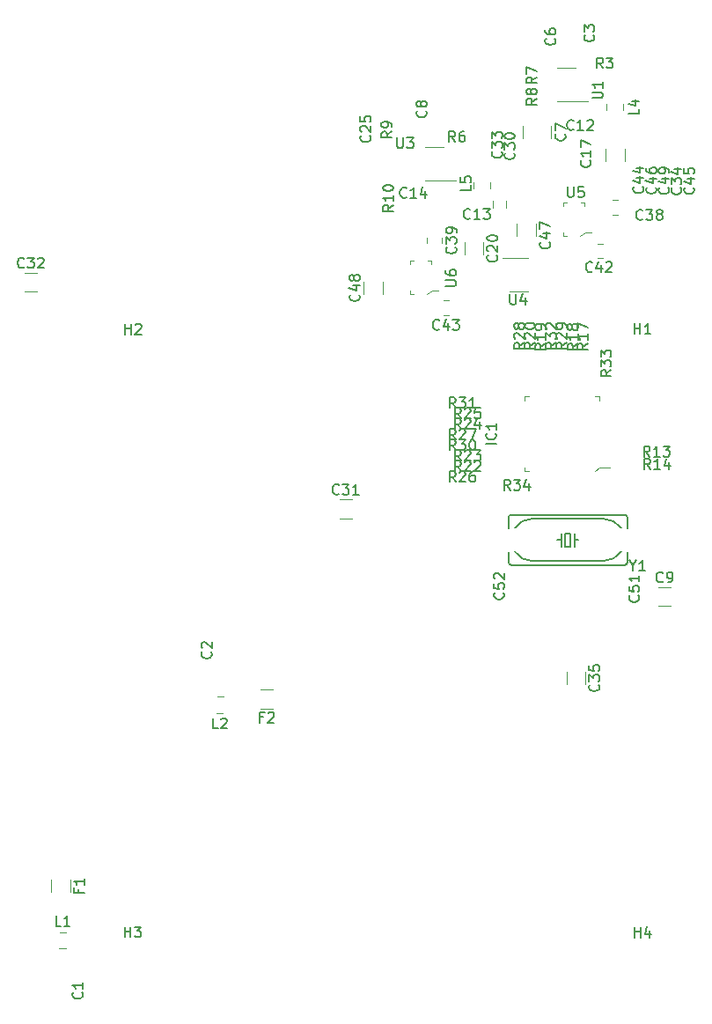
<source format=gbr>
G04 #@! TF.GenerationSoftware,KiCad,Pcbnew,(5.0.2)-1*
G04 #@! TF.CreationDate,2019-03-16T14:06:54-07:00*
G04 #@! TF.ProjectId,ModularMatrix,4d6f6475-6c61-4724-9d61-747269782e6b,rev?*
G04 #@! TF.SameCoordinates,Original*
G04 #@! TF.FileFunction,Legend,Top*
G04 #@! TF.FilePolarity,Positive*
%FSLAX46Y46*%
G04 Gerber Fmt 4.6, Leading zero omitted, Abs format (unit mm)*
G04 Created by KiCad (PCBNEW (5.0.2)-1) date 3/16/2019 2:06:54 PM*
%MOMM*%
%LPD*%
G01*
G04 APERTURE LIST*
%ADD10C,0.100000*%
%ADD11C,0.120000*%
%ADD12C,0.180000*%
%ADD13C,0.150000*%
G04 APERTURE END LIST*
D10*
G04 #@! TO.C,IC1*
X232201900Y-103195300D02*
X231151900Y-103195300D01*
X231151900Y-103195300D02*
X230751900Y-103595300D01*
X230751900Y-96395300D02*
X231151900Y-96395300D01*
X231151900Y-96395300D02*
X231151900Y-96795300D01*
X223951900Y-103195300D02*
X223951900Y-103595300D01*
X223951900Y-103595300D02*
X224351900Y-103595300D01*
X223951900Y-96795300D02*
X223951900Y-96395300D01*
X223951900Y-96395300D02*
X224351900Y-96395300D01*
D11*
G04 #@! TO.C,C35*
X227982100Y-122867336D02*
X227982100Y-124071464D01*
X229802100Y-122867336D02*
X229802100Y-124071464D01*
G04 #@! TO.C,U1*
X228879065Y-64808225D02*
X227079065Y-64808225D01*
X227079065Y-68028225D02*
X230029065Y-68028225D01*
G04 #@! TO.C,C32*
X175864436Y-84497500D02*
X177068564Y-84497500D01*
X175864436Y-86317500D02*
X177068564Y-86317500D01*
G04 #@! TO.C,C13*
X220951500Y-78264500D02*
X220951500Y-77564500D01*
X222151500Y-77564500D02*
X222151500Y-78264500D01*
G04 #@! TO.C,U3*
X214379065Y-75648225D02*
X217329065Y-75648225D01*
X216179065Y-72428225D02*
X214379065Y-72428225D01*
G04 #@! TO.C,C17*
X233574000Y-72586436D02*
X233574000Y-73790564D01*
X231754000Y-72586436D02*
X231754000Y-73790564D01*
G04 #@! TO.C,C7*
X226541065Y-70389571D02*
X226541065Y-71593699D01*
X223821065Y-70389571D02*
X223821065Y-71593699D01*
G04 #@! TO.C,F1*
X178414000Y-142857136D02*
X178414000Y-144061264D01*
X180234000Y-142857136D02*
X180234000Y-144061264D01*
G04 #@! TO.C,F2*
X199738064Y-126386000D02*
X198533936Y-126386000D01*
X199738064Y-124566000D02*
X198533936Y-124566000D01*
G04 #@! TO.C,L4*
X231864000Y-68260000D02*
X231864000Y-68860000D01*
X233464000Y-68280000D02*
X233464000Y-68880000D01*
D10*
G04 #@! TO.C,U6*
X215629065Y-86236225D02*
X215029065Y-86236225D01*
X215029065Y-86236225D02*
X214579065Y-86586225D01*
X212979065Y-86236225D02*
X212979065Y-86586225D01*
X212979065Y-86586225D02*
X213329065Y-86586225D01*
X214629065Y-83286225D02*
X214979065Y-83286225D01*
X214979065Y-83286225D02*
X214979065Y-83636225D01*
X212979065Y-83636225D02*
X212979065Y-83286225D01*
X212979065Y-83286225D02*
X213329065Y-83286225D01*
D11*
G04 #@! TO.C,C42*
X231509643Y-81686225D02*
X230992487Y-81686225D01*
X231509643Y-83106225D02*
X230992487Y-83106225D01*
G04 #@! TO.C,C43*
X216666578Y-87174000D02*
X216149422Y-87174000D01*
X216666578Y-88594000D02*
X216149422Y-88594000D01*
G04 #@! TO.C,C39*
X216006066Y-81121647D02*
X216006066Y-81638803D01*
X214586066Y-81121647D02*
X214586066Y-81638803D01*
G04 #@! TO.C,L5*
X219051065Y-75750225D02*
X219051065Y-76350225D01*
X220651065Y-75770225D02*
X220651065Y-76370225D01*
G04 #@! TO.C,C47*
X223229065Y-79762161D02*
X223229065Y-80966289D01*
X225049065Y-79762161D02*
X225049065Y-80966289D01*
G04 #@! TO.C,C9*
X236824436Y-114723500D02*
X238028564Y-114723500D01*
X236824436Y-116543500D02*
X238028564Y-116543500D01*
G04 #@! TO.C,C48*
X208497065Y-85350161D02*
X208497065Y-86554289D01*
X210317065Y-85350161D02*
X210317065Y-86554289D01*
G04 #@! TO.C,C20*
X219995065Y-81556161D02*
X219995065Y-82760289D01*
X218175065Y-81556161D02*
X218175065Y-82760289D01*
D10*
G04 #@! TO.C,U5*
X227711065Y-77698225D02*
X228061065Y-77698225D01*
X227711065Y-78048225D02*
X227711065Y-77698225D01*
X229711065Y-77698225D02*
X229711065Y-78048225D01*
X229361065Y-77698225D02*
X229711065Y-77698225D01*
X227711065Y-80998225D02*
X228061065Y-80998225D01*
X227711065Y-80648225D02*
X227711065Y-80998225D01*
X229761065Y-80648225D02*
X229311065Y-80998225D01*
X230361065Y-80648225D02*
X229761065Y-80648225D01*
D11*
G04 #@! TO.C,U4*
X224307065Y-83096225D02*
X221857065Y-83096225D01*
X222507065Y-86316225D02*
X224307065Y-86316225D01*
D12*
G04 #@! TO.C,Y1*
X231563749Y-112208259D02*
G75*
G03X233243849Y-111319158I-74J2032101D01*
G01*
X233849749Y-111319158D02*
X233849749Y-112335158D01*
X223025649Y-111319157D02*
G75*
G03X224705749Y-112208158I1680053J1142999D01*
G01*
X222419749Y-111319158D02*
X222419749Y-112335158D01*
X224705749Y-108144158D02*
X231563749Y-108144158D01*
X222673749Y-107763158D02*
X233595749Y-107763158D01*
X222419749Y-108017158D02*
G75*
G02X222673749Y-107763158I254000J0D01*
G01*
X222419749Y-108017158D02*
X222419749Y-109033158D01*
X223025749Y-109033259D02*
G75*
G02X224705749Y-108144158I1680121J-1142899D01*
G01*
X231563749Y-108144157D02*
G75*
G02X233243849Y-109033158I47J-2032001D01*
G01*
X233849749Y-108017158D02*
X233849749Y-109033158D01*
X233595749Y-107763158D02*
G75*
G02X233849749Y-108017158I0J-254000D01*
G01*
X231563749Y-112208158D02*
X224705749Y-112208158D01*
X222673749Y-112589158D02*
X233595749Y-112589158D01*
X222419749Y-112335158D02*
G75*
G03X222673749Y-112589158I254000J0D01*
G01*
X233595749Y-112589158D02*
G75*
G03X233849749Y-112335158I0J254000D01*
G01*
X228388749Y-110811158D02*
X228388749Y-109541158D01*
X228388749Y-109541158D02*
X227880749Y-109541158D01*
X227880749Y-109541158D02*
X227880749Y-110811158D01*
X227880749Y-110811158D02*
X228388749Y-110811158D01*
X228769749Y-110811158D02*
X228769749Y-110176158D01*
X228769749Y-110176158D02*
X228769749Y-109541158D01*
X228769749Y-110176158D02*
X229150749Y-110176158D01*
X227499749Y-110811158D02*
X227499749Y-110176158D01*
X227499749Y-110176158D02*
X227499749Y-109541158D01*
X227499749Y-110176158D02*
X227118749Y-110176158D01*
D11*
G04 #@! TO.C,C31*
X206153936Y-106278000D02*
X207358064Y-106278000D01*
X206153936Y-108098000D02*
X207358064Y-108098000D01*
G04 #@! TO.C,C38*
X232922578Y-78942000D02*
X232405422Y-78942000D01*
X232922578Y-77522000D02*
X232405422Y-77522000D01*
G04 #@! TO.C,L1*
X179227200Y-147891600D02*
X179827200Y-147891600D01*
X179207200Y-149491600D02*
X179807200Y-149491600D01*
G04 #@! TO.C,L2*
X194968160Y-125228158D02*
X194368160Y-125228158D01*
X194948160Y-126828158D02*
X194348160Y-126828158D01*
G04 #@! TO.C,H4*
D13*
X234521695Y-148399880D02*
X234521695Y-147399880D01*
X234521695Y-147876071D02*
X235093123Y-147876071D01*
X235093123Y-148399880D02*
X235093123Y-147399880D01*
X235997885Y-147733214D02*
X235997885Y-148399880D01*
X235759790Y-147352261D02*
X235521695Y-148066547D01*
X236140742Y-148066547D01*
G04 #@! TO.C,H3*
X185496295Y-148393080D02*
X185496295Y-147393080D01*
X185496295Y-147869271D02*
X186067723Y-147869271D01*
X186067723Y-148393080D02*
X186067723Y-147393080D01*
X186448676Y-147393080D02*
X187067723Y-147393080D01*
X186734390Y-147774033D01*
X186877247Y-147774033D01*
X186972485Y-147821652D01*
X187020104Y-147869271D01*
X187067723Y-147964509D01*
X187067723Y-148202604D01*
X187020104Y-148297842D01*
X186972485Y-148345461D01*
X186877247Y-148393080D01*
X186591533Y-148393080D01*
X186496295Y-148345461D01*
X186448676Y-148297842D01*
G04 #@! TO.C,H2*
X185521695Y-90399880D02*
X185521695Y-89399880D01*
X185521695Y-89876071D02*
X186093123Y-89876071D01*
X186093123Y-90399880D02*
X186093123Y-89399880D01*
X186521695Y-89495119D02*
X186569314Y-89447500D01*
X186664552Y-89399880D01*
X186902647Y-89399880D01*
X186997885Y-89447500D01*
X187045504Y-89495119D01*
X187093123Y-89590357D01*
X187093123Y-89685595D01*
X187045504Y-89828452D01*
X186474076Y-90399880D01*
X187093123Y-90399880D01*
G04 #@! TO.C,H1*
X234518295Y-90374480D02*
X234518295Y-89374480D01*
X234518295Y-89850671D02*
X235089723Y-89850671D01*
X235089723Y-90374480D02*
X235089723Y-89374480D01*
X236089723Y-90374480D02*
X235518295Y-90374480D01*
X235804009Y-90374480D02*
X235804009Y-89374480D01*
X235708771Y-89517338D01*
X235613533Y-89612576D01*
X235518295Y-89660195D01*
G04 #@! TO.C,IC1*
X221254280Y-100971490D02*
X220254280Y-100971490D01*
X221159042Y-99923871D02*
X221206661Y-99971490D01*
X221254280Y-100114347D01*
X221254280Y-100209585D01*
X221206661Y-100352442D01*
X221111423Y-100447680D01*
X221016185Y-100495300D01*
X220825709Y-100542919D01*
X220682852Y-100542919D01*
X220492376Y-100495300D01*
X220397138Y-100447680D01*
X220301900Y-100352442D01*
X220254280Y-100209585D01*
X220254280Y-100114347D01*
X220301900Y-99971490D01*
X220349519Y-99923871D01*
X221254280Y-98971490D02*
X221254280Y-99542919D01*
X221254280Y-99257204D02*
X220254280Y-99257204D01*
X220397138Y-99352442D01*
X220492376Y-99447680D01*
X220539995Y-99542919D01*
G04 #@! TO.C,C35*
X231069242Y-124112257D02*
X231116861Y-124159876D01*
X231164480Y-124302733D01*
X231164480Y-124397971D01*
X231116861Y-124540828D01*
X231021623Y-124636066D01*
X230926385Y-124683685D01*
X230735909Y-124731304D01*
X230593052Y-124731304D01*
X230402576Y-124683685D01*
X230307338Y-124636066D01*
X230212100Y-124540828D01*
X230164480Y-124397971D01*
X230164480Y-124302733D01*
X230212100Y-124159876D01*
X230259719Y-124112257D01*
X230164480Y-123778923D02*
X230164480Y-123159876D01*
X230545433Y-123493209D01*
X230545433Y-123350352D01*
X230593052Y-123255114D01*
X230640671Y-123207495D01*
X230735909Y-123159876D01*
X230974004Y-123159876D01*
X231069242Y-123207495D01*
X231116861Y-123255114D01*
X231164480Y-123350352D01*
X231164480Y-123636066D01*
X231116861Y-123731304D01*
X231069242Y-123778923D01*
X230164480Y-122255114D02*
X230164480Y-122731304D01*
X230640671Y-122778923D01*
X230593052Y-122731304D01*
X230545433Y-122636066D01*
X230545433Y-122397971D01*
X230593052Y-122302733D01*
X230640671Y-122255114D01*
X230735909Y-122207495D01*
X230974004Y-122207495D01*
X231069242Y-122255114D01*
X231116861Y-122302733D01*
X231164480Y-122397971D01*
X231164480Y-122636066D01*
X231116861Y-122731304D01*
X231069242Y-122778923D01*
G04 #@! TO.C,R14*
X236060775Y-103385880D02*
X235727442Y-102909690D01*
X235489347Y-103385880D02*
X235489347Y-102385880D01*
X235870299Y-102385880D01*
X235965537Y-102433500D01*
X236013156Y-102481119D01*
X236060775Y-102576357D01*
X236060775Y-102719214D01*
X236013156Y-102814452D01*
X235965537Y-102862071D01*
X235870299Y-102909690D01*
X235489347Y-102909690D01*
X237013156Y-103385880D02*
X236441728Y-103385880D01*
X236727442Y-103385880D02*
X236727442Y-102385880D01*
X236632204Y-102528738D01*
X236536966Y-102623976D01*
X236441728Y-102671595D01*
X237870299Y-102719214D02*
X237870299Y-103385880D01*
X237632204Y-102338261D02*
X237394109Y-103052547D01*
X238013156Y-103052547D01*
G04 #@! TO.C,C12*
X228668342Y-70689742D02*
X228620723Y-70737361D01*
X228477866Y-70784980D01*
X228382628Y-70784980D01*
X228239771Y-70737361D01*
X228144533Y-70642123D01*
X228096914Y-70546885D01*
X228049295Y-70356409D01*
X228049295Y-70213552D01*
X228096914Y-70023076D01*
X228144533Y-69927838D01*
X228239771Y-69832600D01*
X228382628Y-69784980D01*
X228477866Y-69784980D01*
X228620723Y-69832600D01*
X228668342Y-69880219D01*
X229620723Y-70784980D02*
X229049295Y-70784980D01*
X229335009Y-70784980D02*
X229335009Y-69784980D01*
X229239771Y-69927838D01*
X229144533Y-70023076D01*
X229049295Y-70070695D01*
X230001676Y-69880219D02*
X230049295Y-69832600D01*
X230144533Y-69784980D01*
X230382628Y-69784980D01*
X230477866Y-69832600D01*
X230525485Y-69880219D01*
X230573104Y-69975457D01*
X230573104Y-70070695D01*
X230525485Y-70213552D01*
X229954057Y-70784980D01*
X230573104Y-70784980D01*
G04 #@! TO.C,U1*
X230478080Y-67703604D02*
X231287604Y-67703604D01*
X231382842Y-67655985D01*
X231430461Y-67608366D01*
X231478080Y-67513128D01*
X231478080Y-67322652D01*
X231430461Y-67227414D01*
X231382842Y-67179795D01*
X231287604Y-67132176D01*
X230478080Y-67132176D01*
X231478080Y-66132176D02*
X231478080Y-66703604D01*
X231478080Y-66417890D02*
X230478080Y-66417890D01*
X230620938Y-66513128D01*
X230716176Y-66608366D01*
X230763795Y-66703604D01*
G04 #@! TO.C,C32*
X175823642Y-83944642D02*
X175776023Y-83992261D01*
X175633166Y-84039880D01*
X175537928Y-84039880D01*
X175395071Y-83992261D01*
X175299833Y-83897023D01*
X175252214Y-83801785D01*
X175204595Y-83611309D01*
X175204595Y-83468452D01*
X175252214Y-83277976D01*
X175299833Y-83182738D01*
X175395071Y-83087500D01*
X175537928Y-83039880D01*
X175633166Y-83039880D01*
X175776023Y-83087500D01*
X175823642Y-83135119D01*
X176156976Y-83039880D02*
X176776023Y-83039880D01*
X176442690Y-83420833D01*
X176585547Y-83420833D01*
X176680785Y-83468452D01*
X176728404Y-83516071D01*
X176776023Y-83611309D01*
X176776023Y-83849404D01*
X176728404Y-83944642D01*
X176680785Y-83992261D01*
X176585547Y-84039880D01*
X176299833Y-84039880D01*
X176204595Y-83992261D01*
X176156976Y-83944642D01*
X177156976Y-83135119D02*
X177204595Y-83087500D01*
X177299833Y-83039880D01*
X177537928Y-83039880D01*
X177633166Y-83087500D01*
X177680785Y-83135119D01*
X177728404Y-83230357D01*
X177728404Y-83325595D01*
X177680785Y-83468452D01*
X177109357Y-84039880D01*
X177728404Y-84039880D01*
G04 #@! TO.C,C1*
X181371652Y-153693862D02*
X181419271Y-153741481D01*
X181466890Y-153884338D01*
X181466890Y-153979576D01*
X181419271Y-154122434D01*
X181324033Y-154217672D01*
X181228795Y-154265291D01*
X181038319Y-154312910D01*
X180895462Y-154312910D01*
X180704986Y-154265291D01*
X180609748Y-154217672D01*
X180514510Y-154122434D01*
X180466890Y-153979576D01*
X180466890Y-153884338D01*
X180514510Y-153741481D01*
X180562129Y-153693862D01*
X181466890Y-152741481D02*
X181466890Y-153312910D01*
X181466890Y-153027196D02*
X180466890Y-153027196D01*
X180609748Y-153122434D01*
X180704986Y-153217672D01*
X180752605Y-153312910D01*
G04 #@! TO.C,C2*
X193776732Y-120946770D02*
X193824351Y-120994389D01*
X193871970Y-121137246D01*
X193871970Y-121232484D01*
X193824351Y-121375342D01*
X193729113Y-121470580D01*
X193633875Y-121518199D01*
X193443399Y-121565818D01*
X193300542Y-121565818D01*
X193110066Y-121518199D01*
X193014828Y-121470580D01*
X192919590Y-121375342D01*
X192871970Y-121232484D01*
X192871970Y-121137246D01*
X192919590Y-120994389D01*
X192967209Y-120946770D01*
X192967209Y-120565818D02*
X192919590Y-120518199D01*
X192871970Y-120422961D01*
X192871970Y-120184865D01*
X192919590Y-120089627D01*
X192967209Y-120042008D01*
X193062447Y-119994389D01*
X193157685Y-119994389D01*
X193300542Y-120042008D01*
X193871970Y-120613437D01*
X193871970Y-119994389D01*
G04 #@! TO.C,C14*
X212593246Y-77193552D02*
X212545627Y-77241171D01*
X212402770Y-77288790D01*
X212307532Y-77288790D01*
X212164675Y-77241171D01*
X212069437Y-77145933D01*
X212021818Y-77050695D01*
X211974199Y-76860219D01*
X211974199Y-76717362D01*
X212021818Y-76526886D01*
X212069437Y-76431648D01*
X212164675Y-76336410D01*
X212307532Y-76288790D01*
X212402770Y-76288790D01*
X212545627Y-76336410D01*
X212593246Y-76384029D01*
X213545627Y-77288790D02*
X212974199Y-77288790D01*
X213259913Y-77288790D02*
X213259913Y-76288790D01*
X213164675Y-76431648D01*
X213069437Y-76526886D01*
X212974199Y-76574505D01*
X214402770Y-76622124D02*
X214402770Y-77288790D01*
X214164675Y-76241171D02*
X213926580Y-76955457D01*
X214545627Y-76955457D01*
G04 #@! TO.C,C13*
X218724242Y-79236842D02*
X218676623Y-79284461D01*
X218533766Y-79332080D01*
X218438528Y-79332080D01*
X218295671Y-79284461D01*
X218200433Y-79189223D01*
X218152814Y-79093985D01*
X218105195Y-78903509D01*
X218105195Y-78760652D01*
X218152814Y-78570176D01*
X218200433Y-78474938D01*
X218295671Y-78379700D01*
X218438528Y-78332080D01*
X218533766Y-78332080D01*
X218676623Y-78379700D01*
X218724242Y-78427319D01*
X219676623Y-79332080D02*
X219105195Y-79332080D01*
X219390909Y-79332080D02*
X219390909Y-78332080D01*
X219295671Y-78474938D01*
X219200433Y-78570176D01*
X219105195Y-78617795D01*
X220009957Y-78332080D02*
X220629004Y-78332080D01*
X220295671Y-78713033D01*
X220438528Y-78713033D01*
X220533766Y-78760652D01*
X220581385Y-78808271D01*
X220629004Y-78903509D01*
X220629004Y-79141604D01*
X220581385Y-79236842D01*
X220533766Y-79284461D01*
X220438528Y-79332080D01*
X220152814Y-79332080D01*
X220057576Y-79284461D01*
X220009957Y-79236842D01*
G04 #@! TO.C,U3*
X211696395Y-71499480D02*
X211696395Y-72309004D01*
X211744014Y-72404242D01*
X211791633Y-72451861D01*
X211886871Y-72499480D01*
X212077347Y-72499480D01*
X212172585Y-72451861D01*
X212220204Y-72404242D01*
X212267823Y-72309004D01*
X212267823Y-71499480D01*
X212648776Y-71499480D02*
X213267823Y-71499480D01*
X212934490Y-71880433D01*
X213077347Y-71880433D01*
X213172585Y-71928052D01*
X213220204Y-71975671D01*
X213267823Y-72070909D01*
X213267823Y-72309004D01*
X213220204Y-72404242D01*
X213172585Y-72451861D01*
X213077347Y-72499480D01*
X212791633Y-72499480D01*
X212696395Y-72451861D01*
X212648776Y-72404242D01*
G04 #@! TO.C,C17*
X230252542Y-73693257D02*
X230300161Y-73740876D01*
X230347780Y-73883733D01*
X230347780Y-73978971D01*
X230300161Y-74121828D01*
X230204923Y-74217066D01*
X230109685Y-74264685D01*
X229919209Y-74312304D01*
X229776352Y-74312304D01*
X229585876Y-74264685D01*
X229490638Y-74217066D01*
X229395400Y-74121828D01*
X229347780Y-73978971D01*
X229347780Y-73883733D01*
X229395400Y-73740876D01*
X229443019Y-73693257D01*
X230347780Y-72740876D02*
X230347780Y-73312304D01*
X230347780Y-73026590D02*
X229347780Y-73026590D01*
X229490638Y-73121828D01*
X229585876Y-73217066D01*
X229633495Y-73312304D01*
X229347780Y-72407542D02*
X229347780Y-71740876D01*
X230347780Y-72169447D01*
G04 #@! TO.C,C7*
X227818207Y-71158301D02*
X227865826Y-71205920D01*
X227913445Y-71348777D01*
X227913445Y-71444015D01*
X227865826Y-71586873D01*
X227770588Y-71682111D01*
X227675350Y-71729730D01*
X227484874Y-71777349D01*
X227342017Y-71777349D01*
X227151541Y-71729730D01*
X227056303Y-71682111D01*
X226961065Y-71586873D01*
X226913445Y-71444015D01*
X226913445Y-71348777D01*
X226961065Y-71205920D01*
X227008684Y-71158301D01*
X226913445Y-70824968D02*
X226913445Y-70158301D01*
X227913445Y-70586873D01*
G04 #@! TO.C,F1*
X181072571Y-143792533D02*
X181072571Y-144125866D01*
X181596380Y-144125866D02*
X180596380Y-144125866D01*
X180596380Y-143649676D01*
X181596380Y-142744914D02*
X181596380Y-143316342D01*
X181596380Y-143030628D02*
X180596380Y-143030628D01*
X180739238Y-143125866D01*
X180834476Y-143221104D01*
X180882095Y-143316342D01*
G04 #@! TO.C,F2*
X198802666Y-127224571D02*
X198469333Y-127224571D01*
X198469333Y-127748380D02*
X198469333Y-126748380D01*
X198945523Y-126748380D01*
X199278857Y-126843619D02*
X199326476Y-126796000D01*
X199421714Y-126748380D01*
X199659809Y-126748380D01*
X199755047Y-126796000D01*
X199802666Y-126843619D01*
X199850285Y-126938857D01*
X199850285Y-127034095D01*
X199802666Y-127176952D01*
X199231238Y-127748380D01*
X199850285Y-127748380D01*
G04 #@! TO.C,R3*
X231504333Y-64814380D02*
X231171000Y-64338190D01*
X230932904Y-64814380D02*
X230932904Y-63814380D01*
X231313857Y-63814380D01*
X231409095Y-63862000D01*
X231456714Y-63909619D01*
X231504333Y-64004857D01*
X231504333Y-64147714D01*
X231456714Y-64242952D01*
X231409095Y-64290571D01*
X231313857Y-64338190D01*
X230932904Y-64338190D01*
X231837666Y-63814380D02*
X232456714Y-63814380D01*
X232123380Y-64195333D01*
X232266238Y-64195333D01*
X232361476Y-64242952D01*
X232409095Y-64290571D01*
X232456714Y-64385809D01*
X232456714Y-64623904D01*
X232409095Y-64719142D01*
X232361476Y-64766761D01*
X232266238Y-64814380D01*
X231980523Y-64814380D01*
X231885285Y-64766761D01*
X231837666Y-64719142D01*
G04 #@! TO.C,L4*
X234956380Y-68746666D02*
X234956380Y-69222857D01*
X233956380Y-69222857D01*
X234289714Y-67984761D02*
X234956380Y-67984761D01*
X233908761Y-68222857D02*
X234623047Y-68460952D01*
X234623047Y-67841904D01*
G04 #@! TO.C,U6*
X216368380Y-85763004D02*
X217177904Y-85763004D01*
X217273142Y-85715385D01*
X217320761Y-85667766D01*
X217368380Y-85572528D01*
X217368380Y-85382052D01*
X217320761Y-85286814D01*
X217273142Y-85239195D01*
X217177904Y-85191576D01*
X216368380Y-85191576D01*
X216368380Y-84286814D02*
X216368380Y-84477290D01*
X216416000Y-84572528D01*
X216463619Y-84620147D01*
X216606476Y-84715385D01*
X216796952Y-84763004D01*
X217177904Y-84763004D01*
X217273142Y-84715385D01*
X217320761Y-84667766D01*
X217368380Y-84572528D01*
X217368380Y-84382052D01*
X217320761Y-84286814D01*
X217273142Y-84239195D01*
X217177904Y-84191576D01*
X216939809Y-84191576D01*
X216844571Y-84239195D01*
X216796952Y-84286814D01*
X216749333Y-84382052D01*
X216749333Y-84572528D01*
X216796952Y-84667766D01*
X216844571Y-84715385D01*
X216939809Y-84763004D01*
G04 #@! TO.C,C8*
X214453742Y-68924466D02*
X214501361Y-68972085D01*
X214548980Y-69114942D01*
X214548980Y-69210180D01*
X214501361Y-69353038D01*
X214406123Y-69448276D01*
X214310885Y-69495895D01*
X214120409Y-69543514D01*
X213977552Y-69543514D01*
X213787076Y-69495895D01*
X213691838Y-69448276D01*
X213596600Y-69353038D01*
X213548980Y-69210180D01*
X213548980Y-69114942D01*
X213596600Y-68972085D01*
X213644219Y-68924466D01*
X213977552Y-68353038D02*
X213929933Y-68448276D01*
X213882314Y-68495895D01*
X213787076Y-68543514D01*
X213739457Y-68543514D01*
X213644219Y-68495895D01*
X213596600Y-68448276D01*
X213548980Y-68353038D01*
X213548980Y-68162561D01*
X213596600Y-68067323D01*
X213644219Y-68019704D01*
X213739457Y-67972085D01*
X213787076Y-67972085D01*
X213882314Y-68019704D01*
X213929933Y-68067323D01*
X213977552Y-68162561D01*
X213977552Y-68353038D01*
X214025171Y-68448276D01*
X214072790Y-68495895D01*
X214168028Y-68543514D01*
X214358504Y-68543514D01*
X214453742Y-68495895D01*
X214501361Y-68448276D01*
X214548980Y-68353038D01*
X214548980Y-68162561D01*
X214501361Y-68067323D01*
X214453742Y-68019704D01*
X214358504Y-67972085D01*
X214168028Y-67972085D01*
X214072790Y-68019704D01*
X214025171Y-68067323D01*
X213977552Y-68162561D01*
G04 #@! TO.C,C6*
X226848942Y-61964866D02*
X226896561Y-62012485D01*
X226944180Y-62155342D01*
X226944180Y-62250580D01*
X226896561Y-62393438D01*
X226801323Y-62488676D01*
X226706085Y-62536295D01*
X226515609Y-62583914D01*
X226372752Y-62583914D01*
X226182276Y-62536295D01*
X226087038Y-62488676D01*
X225991800Y-62393438D01*
X225944180Y-62250580D01*
X225944180Y-62155342D01*
X225991800Y-62012485D01*
X226039419Y-61964866D01*
X225944180Y-61107723D02*
X225944180Y-61298200D01*
X225991800Y-61393438D01*
X226039419Y-61441057D01*
X226182276Y-61536295D01*
X226372752Y-61583914D01*
X226753704Y-61583914D01*
X226848942Y-61536295D01*
X226896561Y-61488676D01*
X226944180Y-61393438D01*
X226944180Y-61202961D01*
X226896561Y-61107723D01*
X226848942Y-61060104D01*
X226753704Y-61012485D01*
X226515609Y-61012485D01*
X226420371Y-61060104D01*
X226372752Y-61107723D01*
X226325133Y-61202961D01*
X226325133Y-61393438D01*
X226372752Y-61488676D01*
X226420371Y-61536295D01*
X226515609Y-61583914D01*
G04 #@! TO.C,C42*
X230471742Y-84342242D02*
X230424123Y-84389861D01*
X230281266Y-84437480D01*
X230186028Y-84437480D01*
X230043171Y-84389861D01*
X229947933Y-84294623D01*
X229900314Y-84199385D01*
X229852695Y-84008909D01*
X229852695Y-83866052D01*
X229900314Y-83675576D01*
X229947933Y-83580338D01*
X230043171Y-83485100D01*
X230186028Y-83437480D01*
X230281266Y-83437480D01*
X230424123Y-83485100D01*
X230471742Y-83532719D01*
X231328885Y-83770814D02*
X231328885Y-84437480D01*
X231090790Y-83389861D02*
X230852695Y-84104147D01*
X231471742Y-84104147D01*
X231805076Y-83532719D02*
X231852695Y-83485100D01*
X231947933Y-83437480D01*
X232186028Y-83437480D01*
X232281266Y-83485100D01*
X232328885Y-83532719D01*
X232376504Y-83627957D01*
X232376504Y-83723195D01*
X232328885Y-83866052D01*
X231757457Y-84437480D01*
X232376504Y-84437480D01*
G04 #@! TO.C,C43*
X215765142Y-89891142D02*
X215717523Y-89938761D01*
X215574666Y-89986380D01*
X215479428Y-89986380D01*
X215336571Y-89938761D01*
X215241333Y-89843523D01*
X215193714Y-89748285D01*
X215146095Y-89557809D01*
X215146095Y-89414952D01*
X215193714Y-89224476D01*
X215241333Y-89129238D01*
X215336571Y-89034000D01*
X215479428Y-88986380D01*
X215574666Y-88986380D01*
X215717523Y-89034000D01*
X215765142Y-89081619D01*
X216622285Y-89319714D02*
X216622285Y-89986380D01*
X216384190Y-88938761D02*
X216146095Y-89653047D01*
X216765142Y-89653047D01*
X217050857Y-88986380D02*
X217669904Y-88986380D01*
X217336571Y-89367333D01*
X217479428Y-89367333D01*
X217574666Y-89414952D01*
X217622285Y-89462571D01*
X217669904Y-89557809D01*
X217669904Y-89795904D01*
X217622285Y-89891142D01*
X217574666Y-89938761D01*
X217479428Y-89986380D01*
X217193714Y-89986380D01*
X217098476Y-89938761D01*
X217050857Y-89891142D01*
G04 #@! TO.C,C39*
X217303208Y-82023082D02*
X217350827Y-82070701D01*
X217398446Y-82213558D01*
X217398446Y-82308796D01*
X217350827Y-82451653D01*
X217255589Y-82546891D01*
X217160351Y-82594510D01*
X216969875Y-82642129D01*
X216827018Y-82642129D01*
X216636542Y-82594510D01*
X216541304Y-82546891D01*
X216446066Y-82451653D01*
X216398446Y-82308796D01*
X216398446Y-82213558D01*
X216446066Y-82070701D01*
X216493685Y-82023082D01*
X216398446Y-81689748D02*
X216398446Y-81070701D01*
X216779399Y-81404034D01*
X216779399Y-81261177D01*
X216827018Y-81165939D01*
X216874637Y-81118320D01*
X216969875Y-81070701D01*
X217207970Y-81070701D01*
X217303208Y-81118320D01*
X217350827Y-81165939D01*
X217398446Y-81261177D01*
X217398446Y-81546891D01*
X217350827Y-81642129D01*
X217303208Y-81689748D01*
X217398446Y-80594510D02*
X217398446Y-80404034D01*
X217350827Y-80308796D01*
X217303208Y-80261177D01*
X217160351Y-80165939D01*
X216969875Y-80118320D01*
X216588923Y-80118320D01*
X216493685Y-80165939D01*
X216446066Y-80213558D01*
X216398446Y-80308796D01*
X216398446Y-80499272D01*
X216446066Y-80594510D01*
X216493685Y-80642129D01*
X216588923Y-80689748D01*
X216827018Y-80689748D01*
X216922256Y-80642129D01*
X216969875Y-80594510D01*
X217017494Y-80499272D01*
X217017494Y-80308796D01*
X216969875Y-80213558D01*
X216922256Y-80165939D01*
X216827018Y-80118320D01*
G04 #@! TO.C,L5*
X218803480Y-76087266D02*
X218803480Y-76563457D01*
X217803480Y-76563457D01*
X217803480Y-75277742D02*
X217803480Y-75753933D01*
X218279671Y-75801552D01*
X218232052Y-75753933D01*
X218184433Y-75658695D01*
X218184433Y-75420600D01*
X218232052Y-75325361D01*
X218279671Y-75277742D01*
X218374909Y-75230123D01*
X218613004Y-75230123D01*
X218708242Y-75277742D01*
X218755861Y-75325361D01*
X218803480Y-75420600D01*
X218803480Y-75658695D01*
X218755861Y-75753933D01*
X218708242Y-75801552D01*
G04 #@! TO.C,C47*
X226340942Y-81554557D02*
X226388561Y-81602176D01*
X226436180Y-81745033D01*
X226436180Y-81840271D01*
X226388561Y-81983128D01*
X226293323Y-82078366D01*
X226198085Y-82125985D01*
X226007609Y-82173604D01*
X225864752Y-82173604D01*
X225674276Y-82125985D01*
X225579038Y-82078366D01*
X225483800Y-81983128D01*
X225436180Y-81840271D01*
X225436180Y-81745033D01*
X225483800Y-81602176D01*
X225531419Y-81554557D01*
X225769514Y-80697414D02*
X226436180Y-80697414D01*
X225388561Y-80935509D02*
X226102847Y-81173604D01*
X226102847Y-80554557D01*
X225436180Y-80268842D02*
X225436180Y-79602176D01*
X226436180Y-80030747D01*
G04 #@! TO.C,C9*
X237259833Y-114170642D02*
X237212214Y-114218261D01*
X237069357Y-114265880D01*
X236974119Y-114265880D01*
X236831261Y-114218261D01*
X236736023Y-114123023D01*
X236688404Y-114027785D01*
X236640785Y-113837309D01*
X236640785Y-113694452D01*
X236688404Y-113503976D01*
X236736023Y-113408738D01*
X236831261Y-113313500D01*
X236974119Y-113265880D01*
X237069357Y-113265880D01*
X237212214Y-113313500D01*
X237259833Y-113361119D01*
X237736023Y-114265880D02*
X237926500Y-114265880D01*
X238021738Y-114218261D01*
X238069357Y-114170642D01*
X238164595Y-114027785D01*
X238212214Y-113837309D01*
X238212214Y-113456357D01*
X238164595Y-113361119D01*
X238116976Y-113313500D01*
X238021738Y-113265880D01*
X237831261Y-113265880D01*
X237736023Y-113313500D01*
X237688404Y-113361119D01*
X237640785Y-113456357D01*
X237640785Y-113694452D01*
X237688404Y-113789690D01*
X237736023Y-113837309D01*
X237831261Y-113884928D01*
X238021738Y-113884928D01*
X238116976Y-113837309D01*
X238164595Y-113789690D01*
X238212214Y-113694452D01*
G04 #@! TO.C,C48*
X208016207Y-86595082D02*
X208063826Y-86642701D01*
X208111445Y-86785558D01*
X208111445Y-86880796D01*
X208063826Y-87023653D01*
X207968588Y-87118891D01*
X207873350Y-87166510D01*
X207682874Y-87214129D01*
X207540017Y-87214129D01*
X207349541Y-87166510D01*
X207254303Y-87118891D01*
X207159065Y-87023653D01*
X207111445Y-86880796D01*
X207111445Y-86785558D01*
X207159065Y-86642701D01*
X207206684Y-86595082D01*
X207444779Y-85737939D02*
X208111445Y-85737939D01*
X207063826Y-85976034D02*
X207778112Y-86214129D01*
X207778112Y-85595082D01*
X207540017Y-85071272D02*
X207492398Y-85166510D01*
X207444779Y-85214129D01*
X207349541Y-85261748D01*
X207301922Y-85261748D01*
X207206684Y-85214129D01*
X207159065Y-85166510D01*
X207111445Y-85071272D01*
X207111445Y-84880796D01*
X207159065Y-84785558D01*
X207206684Y-84737939D01*
X207301922Y-84690320D01*
X207349541Y-84690320D01*
X207444779Y-84737939D01*
X207492398Y-84785558D01*
X207540017Y-84880796D01*
X207540017Y-85071272D01*
X207587636Y-85166510D01*
X207635255Y-85214129D01*
X207730493Y-85261748D01*
X207920969Y-85261748D01*
X208016207Y-85214129D01*
X208063826Y-85166510D01*
X208111445Y-85071272D01*
X208111445Y-84880796D01*
X208063826Y-84785558D01*
X208016207Y-84737939D01*
X207920969Y-84690320D01*
X207730493Y-84690320D01*
X207635255Y-84737939D01*
X207587636Y-84785558D01*
X207540017Y-84880796D01*
G04 #@! TO.C,C20*
X221262207Y-82801082D02*
X221309826Y-82848701D01*
X221357445Y-82991558D01*
X221357445Y-83086796D01*
X221309826Y-83229653D01*
X221214588Y-83324891D01*
X221119350Y-83372510D01*
X220928874Y-83420129D01*
X220786017Y-83420129D01*
X220595541Y-83372510D01*
X220500303Y-83324891D01*
X220405065Y-83229653D01*
X220357445Y-83086796D01*
X220357445Y-82991558D01*
X220405065Y-82848701D01*
X220452684Y-82801082D01*
X220452684Y-82420129D02*
X220405065Y-82372510D01*
X220357445Y-82277272D01*
X220357445Y-82039177D01*
X220405065Y-81943939D01*
X220452684Y-81896320D01*
X220547922Y-81848701D01*
X220643160Y-81848701D01*
X220786017Y-81896320D01*
X221357445Y-82467748D01*
X221357445Y-81848701D01*
X220357445Y-81229653D02*
X220357445Y-81134415D01*
X220405065Y-81039177D01*
X220452684Y-80991558D01*
X220547922Y-80943939D01*
X220738398Y-80896320D01*
X220976493Y-80896320D01*
X221166969Y-80943939D01*
X221262207Y-80991558D01*
X221309826Y-81039177D01*
X221357445Y-81134415D01*
X221357445Y-81229653D01*
X221309826Y-81324891D01*
X221262207Y-81372510D01*
X221166969Y-81420129D01*
X220976493Y-81467748D01*
X220738398Y-81467748D01*
X220547922Y-81420129D01*
X220452684Y-81372510D01*
X220405065Y-81324891D01*
X220357445Y-81229653D01*
G04 #@! TO.C,R10*
X211335880Y-77973157D02*
X210859690Y-78306490D01*
X211335880Y-78544585D02*
X210335880Y-78544585D01*
X210335880Y-78163633D01*
X210383500Y-78068395D01*
X210431119Y-78020776D01*
X210526357Y-77973157D01*
X210669214Y-77973157D01*
X210764452Y-78020776D01*
X210812071Y-78068395D01*
X210859690Y-78163633D01*
X210859690Y-78544585D01*
X211335880Y-77020776D02*
X211335880Y-77592204D01*
X211335880Y-77306490D02*
X210335880Y-77306490D01*
X210478738Y-77401728D01*
X210573976Y-77496966D01*
X210621595Y-77592204D01*
X210335880Y-76401728D02*
X210335880Y-76306490D01*
X210383500Y-76211252D01*
X210431119Y-76163633D01*
X210526357Y-76116014D01*
X210716833Y-76068395D01*
X210954928Y-76068395D01*
X211145404Y-76116014D01*
X211240642Y-76163633D01*
X211288261Y-76211252D01*
X211335880Y-76306490D01*
X211335880Y-76401728D01*
X211288261Y-76496966D01*
X211240642Y-76544585D01*
X211145404Y-76592204D01*
X210954928Y-76639823D01*
X210716833Y-76639823D01*
X210526357Y-76592204D01*
X210431119Y-76544585D01*
X210383500Y-76496966D01*
X210335880Y-76401728D01*
G04 #@! TO.C,R6*
X217282733Y-71902580D02*
X216949400Y-71426390D01*
X216711304Y-71902580D02*
X216711304Y-70902580D01*
X217092257Y-70902580D01*
X217187495Y-70950200D01*
X217235114Y-70997819D01*
X217282733Y-71093057D01*
X217282733Y-71235914D01*
X217235114Y-71331152D01*
X217187495Y-71378771D01*
X217092257Y-71426390D01*
X216711304Y-71426390D01*
X218139876Y-70902580D02*
X217949400Y-70902580D01*
X217854161Y-70950200D01*
X217806542Y-70997819D01*
X217711304Y-71140676D01*
X217663685Y-71331152D01*
X217663685Y-71712104D01*
X217711304Y-71807342D01*
X217758923Y-71854961D01*
X217854161Y-71902580D01*
X218044638Y-71902580D01*
X218139876Y-71854961D01*
X218187495Y-71807342D01*
X218235114Y-71712104D01*
X218235114Y-71474009D01*
X218187495Y-71378771D01*
X218139876Y-71331152D01*
X218044638Y-71283533D01*
X217854161Y-71283533D01*
X217758923Y-71331152D01*
X217711304Y-71378771D01*
X217663685Y-71474009D01*
G04 #@! TO.C,U5*
X228104795Y-76236580D02*
X228104795Y-77046104D01*
X228152414Y-77141342D01*
X228200033Y-77188961D01*
X228295271Y-77236580D01*
X228485747Y-77236580D01*
X228580985Y-77188961D01*
X228628604Y-77141342D01*
X228676223Y-77046104D01*
X228676223Y-76236580D01*
X229628604Y-76236580D02*
X229152414Y-76236580D01*
X229104795Y-76712771D01*
X229152414Y-76665152D01*
X229247652Y-76617533D01*
X229485747Y-76617533D01*
X229580985Y-76665152D01*
X229628604Y-76712771D01*
X229676223Y-76808009D01*
X229676223Y-77046104D01*
X229628604Y-77141342D01*
X229580985Y-77188961D01*
X229485747Y-77236580D01*
X229247652Y-77236580D01*
X229152414Y-77188961D01*
X229104795Y-77141342D01*
G04 #@! TO.C,R9*
X211196180Y-70918366D02*
X210719990Y-71251700D01*
X211196180Y-71489795D02*
X210196180Y-71489795D01*
X210196180Y-71108842D01*
X210243800Y-71013604D01*
X210291419Y-70965985D01*
X210386657Y-70918366D01*
X210529514Y-70918366D01*
X210624752Y-70965985D01*
X210672371Y-71013604D01*
X210719990Y-71108842D01*
X210719990Y-71489795D01*
X211196180Y-70442176D02*
X211196180Y-70251700D01*
X211148561Y-70156461D01*
X211100942Y-70108842D01*
X210958085Y-70013604D01*
X210767609Y-69965985D01*
X210386657Y-69965985D01*
X210291419Y-70013604D01*
X210243800Y-70061223D01*
X210196180Y-70156461D01*
X210196180Y-70346938D01*
X210243800Y-70442176D01*
X210291419Y-70489795D01*
X210386657Y-70537414D01*
X210624752Y-70537414D01*
X210719990Y-70489795D01*
X210767609Y-70442176D01*
X210815228Y-70346938D01*
X210815228Y-70156461D01*
X210767609Y-70061223D01*
X210719990Y-70013604D01*
X210624752Y-69965985D01*
G04 #@! TO.C,U4*
X222554895Y-86536280D02*
X222554895Y-87345804D01*
X222602514Y-87441042D01*
X222650133Y-87488661D01*
X222745371Y-87536280D01*
X222935847Y-87536280D01*
X223031085Y-87488661D01*
X223078704Y-87441042D01*
X223126323Y-87345804D01*
X223126323Y-86536280D01*
X224031085Y-86869614D02*
X224031085Y-87536280D01*
X223792990Y-86488661D02*
X223554895Y-87202947D01*
X224173942Y-87202947D01*
G04 #@! TO.C,Y1*
D12*
X234380320Y-112652348D02*
X234380320Y-113128538D01*
X234046987Y-112128538D02*
X234380320Y-112652348D01*
X234713653Y-112128538D01*
X235570796Y-113128538D02*
X234999368Y-113128538D01*
X235285082Y-113128538D02*
X235285082Y-112128538D01*
X235189844Y-112271396D01*
X235094606Y-112366634D01*
X234999368Y-112414253D01*
G04 #@! TO.C,C51*
D13*
X234908892Y-115521119D02*
X234956511Y-115568738D01*
X235004130Y-115711595D01*
X235004130Y-115806833D01*
X234956511Y-115949690D01*
X234861273Y-116044928D01*
X234766035Y-116092547D01*
X234575559Y-116140166D01*
X234432702Y-116140166D01*
X234242226Y-116092547D01*
X234146988Y-116044928D01*
X234051750Y-115949690D01*
X234004130Y-115806833D01*
X234004130Y-115711595D01*
X234051750Y-115568738D01*
X234099369Y-115521119D01*
X234004130Y-114616357D02*
X234004130Y-115092547D01*
X234480321Y-115140166D01*
X234432702Y-115092547D01*
X234385083Y-114997309D01*
X234385083Y-114759214D01*
X234432702Y-114663976D01*
X234480321Y-114616357D01*
X234575559Y-114568738D01*
X234813654Y-114568738D01*
X234908892Y-114616357D01*
X234956511Y-114663976D01*
X235004130Y-114759214D01*
X235004130Y-114997309D01*
X234956511Y-115092547D01*
X234908892Y-115140166D01*
X235004130Y-113616357D02*
X235004130Y-114187785D01*
X235004130Y-113902071D02*
X234004130Y-113902071D01*
X234146988Y-113997309D01*
X234242226Y-114092547D01*
X234289845Y-114187785D01*
G04 #@! TO.C,R28*
X223953540Y-91231015D02*
X223477350Y-91564348D01*
X223953540Y-91802443D02*
X222953540Y-91802443D01*
X222953540Y-91421491D01*
X223001160Y-91326253D01*
X223048779Y-91278634D01*
X223144017Y-91231015D01*
X223286874Y-91231015D01*
X223382112Y-91278634D01*
X223429731Y-91326253D01*
X223477350Y-91421491D01*
X223477350Y-91802443D01*
X223048779Y-90850062D02*
X223001160Y-90802443D01*
X222953540Y-90707205D01*
X222953540Y-90469110D01*
X223001160Y-90373872D01*
X223048779Y-90326253D01*
X223144017Y-90278634D01*
X223239255Y-90278634D01*
X223382112Y-90326253D01*
X223953540Y-90897681D01*
X223953540Y-90278634D01*
X223382112Y-89707205D02*
X223334493Y-89802443D01*
X223286874Y-89850062D01*
X223191636Y-89897681D01*
X223144017Y-89897681D01*
X223048779Y-89850062D01*
X223001160Y-89802443D01*
X222953540Y-89707205D01*
X222953540Y-89516729D01*
X223001160Y-89421491D01*
X223048779Y-89373872D01*
X223144017Y-89326253D01*
X223191636Y-89326253D01*
X223286874Y-89373872D01*
X223334493Y-89421491D01*
X223382112Y-89516729D01*
X223382112Y-89707205D01*
X223429731Y-89802443D01*
X223477350Y-89850062D01*
X223572588Y-89897681D01*
X223763064Y-89897681D01*
X223858302Y-89850062D01*
X223905921Y-89802443D01*
X223953540Y-89707205D01*
X223953540Y-89516729D01*
X223905921Y-89421491D01*
X223858302Y-89373872D01*
X223763064Y-89326253D01*
X223572588Y-89326253D01*
X223477350Y-89373872D01*
X223429731Y-89421491D01*
X223382112Y-89516729D01*
G04 #@! TO.C,R27*
X217323891Y-100532641D02*
X216990558Y-100056451D01*
X216752463Y-100532641D02*
X216752463Y-99532641D01*
X217133415Y-99532641D01*
X217228653Y-99580261D01*
X217276272Y-99627880D01*
X217323891Y-99723118D01*
X217323891Y-99865975D01*
X217276272Y-99961213D01*
X217228653Y-100008832D01*
X217133415Y-100056451D01*
X216752463Y-100056451D01*
X217704844Y-99627880D02*
X217752463Y-99580261D01*
X217847701Y-99532641D01*
X218085796Y-99532641D01*
X218181034Y-99580261D01*
X218228653Y-99627880D01*
X218276272Y-99723118D01*
X218276272Y-99818356D01*
X218228653Y-99961213D01*
X217657225Y-100532641D01*
X218276272Y-100532641D01*
X218609606Y-99532641D02*
X219276272Y-99532641D01*
X218847701Y-100532641D01*
G04 #@! TO.C,R29*
X228017540Y-91231015D02*
X227541350Y-91564348D01*
X228017540Y-91802443D02*
X227017540Y-91802443D01*
X227017540Y-91421491D01*
X227065160Y-91326253D01*
X227112779Y-91278634D01*
X227208017Y-91231015D01*
X227350874Y-91231015D01*
X227446112Y-91278634D01*
X227493731Y-91326253D01*
X227541350Y-91421491D01*
X227541350Y-91802443D01*
X227112779Y-90850062D02*
X227065160Y-90802443D01*
X227017540Y-90707205D01*
X227017540Y-90469110D01*
X227065160Y-90373872D01*
X227112779Y-90326253D01*
X227208017Y-90278634D01*
X227303255Y-90278634D01*
X227446112Y-90326253D01*
X228017540Y-90897681D01*
X228017540Y-90278634D01*
X228017540Y-89802443D02*
X228017540Y-89611967D01*
X227969921Y-89516729D01*
X227922302Y-89469110D01*
X227779445Y-89373872D01*
X227588969Y-89326253D01*
X227208017Y-89326253D01*
X227112779Y-89373872D01*
X227065160Y-89421491D01*
X227017540Y-89516729D01*
X227017540Y-89707205D01*
X227065160Y-89802443D01*
X227112779Y-89850062D01*
X227208017Y-89897681D01*
X227446112Y-89897681D01*
X227541350Y-89850062D01*
X227588969Y-89802443D01*
X227636588Y-89707205D01*
X227636588Y-89516729D01*
X227588969Y-89421491D01*
X227541350Y-89373872D01*
X227446112Y-89326253D01*
G04 #@! TO.C,R30*
X217323891Y-101548641D02*
X216990558Y-101072451D01*
X216752463Y-101548641D02*
X216752463Y-100548641D01*
X217133415Y-100548641D01*
X217228653Y-100596261D01*
X217276272Y-100643880D01*
X217323891Y-100739118D01*
X217323891Y-100881975D01*
X217276272Y-100977213D01*
X217228653Y-101024832D01*
X217133415Y-101072451D01*
X216752463Y-101072451D01*
X217657225Y-100548641D02*
X218276272Y-100548641D01*
X217942939Y-100929594D01*
X218085796Y-100929594D01*
X218181034Y-100977213D01*
X218228653Y-101024832D01*
X218276272Y-101120070D01*
X218276272Y-101358165D01*
X218228653Y-101453403D01*
X218181034Y-101501022D01*
X218085796Y-101548641D01*
X217800082Y-101548641D01*
X217704844Y-101501022D01*
X217657225Y-101453403D01*
X218895320Y-100548641D02*
X218990558Y-100548641D01*
X219085796Y-100596261D01*
X219133415Y-100643880D01*
X219181034Y-100739118D01*
X219228653Y-100929594D01*
X219228653Y-101167689D01*
X219181034Y-101358165D01*
X219133415Y-101453403D01*
X219085796Y-101501022D01*
X218990558Y-101548641D01*
X218895320Y-101548641D01*
X218800082Y-101501022D01*
X218752463Y-101453403D01*
X218704844Y-101358165D01*
X218657225Y-101167689D01*
X218657225Y-100929594D01*
X218704844Y-100739118D01*
X218752463Y-100643880D01*
X218800082Y-100596261D01*
X218895320Y-100548641D01*
G04 #@! TO.C,R32*
X227001540Y-91231015D02*
X226525350Y-91564348D01*
X227001540Y-91802443D02*
X226001540Y-91802443D01*
X226001540Y-91421491D01*
X226049160Y-91326253D01*
X226096779Y-91278634D01*
X226192017Y-91231015D01*
X226334874Y-91231015D01*
X226430112Y-91278634D01*
X226477731Y-91326253D01*
X226525350Y-91421491D01*
X226525350Y-91802443D01*
X226001540Y-90897681D02*
X226001540Y-90278634D01*
X226382493Y-90611967D01*
X226382493Y-90469110D01*
X226430112Y-90373872D01*
X226477731Y-90326253D01*
X226572969Y-90278634D01*
X226811064Y-90278634D01*
X226906302Y-90326253D01*
X226953921Y-90373872D01*
X227001540Y-90469110D01*
X227001540Y-90754824D01*
X226953921Y-90850062D01*
X226906302Y-90897681D01*
X226096779Y-89897681D02*
X226049160Y-89850062D01*
X226001540Y-89754824D01*
X226001540Y-89516729D01*
X226049160Y-89421491D01*
X226096779Y-89373872D01*
X226192017Y-89326253D01*
X226287255Y-89326253D01*
X226430112Y-89373872D01*
X227001540Y-89945300D01*
X227001540Y-89326253D01*
G04 #@! TO.C,R33*
X232297129Y-93861118D02*
X231820939Y-94194451D01*
X232297129Y-94432546D02*
X231297129Y-94432546D01*
X231297129Y-94051594D01*
X231344749Y-93956356D01*
X231392368Y-93908737D01*
X231487606Y-93861118D01*
X231630463Y-93861118D01*
X231725701Y-93908737D01*
X231773320Y-93956356D01*
X231820939Y-94051594D01*
X231820939Y-94432546D01*
X231297129Y-93527784D02*
X231297129Y-92908737D01*
X231678082Y-93242070D01*
X231678082Y-93099213D01*
X231725701Y-93003975D01*
X231773320Y-92956356D01*
X231868558Y-92908737D01*
X232106653Y-92908737D01*
X232201891Y-92956356D01*
X232249510Y-93003975D01*
X232297129Y-93099213D01*
X232297129Y-93384927D01*
X232249510Y-93480165D01*
X232201891Y-93527784D01*
X231297129Y-92575403D02*
X231297129Y-91956356D01*
X231678082Y-92289689D01*
X231678082Y-92146832D01*
X231725701Y-92051594D01*
X231773320Y-92003975D01*
X231868558Y-91956356D01*
X232106653Y-91956356D01*
X232201891Y-92003975D01*
X232249510Y-92051594D01*
X232297129Y-92146832D01*
X232297129Y-92432546D01*
X232249510Y-92527784D01*
X232201891Y-92575403D01*
G04 #@! TO.C,R31*
X217323891Y-97484641D02*
X216990558Y-97008451D01*
X216752463Y-97484641D02*
X216752463Y-96484641D01*
X217133415Y-96484641D01*
X217228653Y-96532261D01*
X217276272Y-96579880D01*
X217323891Y-96675118D01*
X217323891Y-96817975D01*
X217276272Y-96913213D01*
X217228653Y-96960832D01*
X217133415Y-97008451D01*
X216752463Y-97008451D01*
X217657225Y-96484641D02*
X218276272Y-96484641D01*
X217942939Y-96865594D01*
X218085796Y-96865594D01*
X218181034Y-96913213D01*
X218228653Y-96960832D01*
X218276272Y-97056070D01*
X218276272Y-97294165D01*
X218228653Y-97389403D01*
X218181034Y-97437022D01*
X218085796Y-97484641D01*
X217800082Y-97484641D01*
X217704844Y-97437022D01*
X217657225Y-97389403D01*
X219228653Y-97484641D02*
X218657225Y-97484641D01*
X218942939Y-97484641D02*
X218942939Y-96484641D01*
X218847701Y-96627499D01*
X218752463Y-96722737D01*
X218657225Y-96770356D01*
G04 #@! TO.C,R26*
X217323891Y-104596641D02*
X216990558Y-104120451D01*
X216752463Y-104596641D02*
X216752463Y-103596641D01*
X217133415Y-103596641D01*
X217228653Y-103644261D01*
X217276272Y-103691880D01*
X217323891Y-103787118D01*
X217323891Y-103929975D01*
X217276272Y-104025213D01*
X217228653Y-104072832D01*
X217133415Y-104120451D01*
X216752463Y-104120451D01*
X217704844Y-103691880D02*
X217752463Y-103644261D01*
X217847701Y-103596641D01*
X218085796Y-103596641D01*
X218181034Y-103644261D01*
X218228653Y-103691880D01*
X218276272Y-103787118D01*
X218276272Y-103882356D01*
X218228653Y-104025213D01*
X217657225Y-104596641D01*
X218276272Y-104596641D01*
X219133415Y-103596641D02*
X218942939Y-103596641D01*
X218847701Y-103644261D01*
X218800082Y-103691880D01*
X218704844Y-103834737D01*
X218657225Y-104025213D01*
X218657225Y-104406165D01*
X218704844Y-104501403D01*
X218752463Y-104549022D01*
X218847701Y-104596641D01*
X219038177Y-104596641D01*
X219133415Y-104549022D01*
X219181034Y-104501403D01*
X219228653Y-104406165D01*
X219228653Y-104168070D01*
X219181034Y-104072832D01*
X219133415Y-104025213D01*
X219038177Y-103977594D01*
X218847701Y-103977594D01*
X218752463Y-104025213D01*
X218704844Y-104072832D01*
X218657225Y-104168070D01*
G04 #@! TO.C,R17*
X230049540Y-91298118D02*
X229573350Y-91631451D01*
X230049540Y-91869546D02*
X229049540Y-91869546D01*
X229049540Y-91488594D01*
X229097160Y-91393356D01*
X229144779Y-91345737D01*
X229240017Y-91298118D01*
X229382874Y-91298118D01*
X229478112Y-91345737D01*
X229525731Y-91393356D01*
X229573350Y-91488594D01*
X229573350Y-91869546D01*
X230049540Y-90345737D02*
X230049540Y-90917165D01*
X230049540Y-90631451D02*
X229049540Y-90631451D01*
X229192398Y-90726689D01*
X229287636Y-90821927D01*
X229335255Y-90917165D01*
X229049540Y-90012403D02*
X229049540Y-89345737D01*
X230049540Y-89774308D01*
G04 #@! TO.C,R18*
X229095129Y-91321118D02*
X228618939Y-91654451D01*
X229095129Y-91892546D02*
X228095129Y-91892546D01*
X228095129Y-91511594D01*
X228142749Y-91416356D01*
X228190368Y-91368737D01*
X228285606Y-91321118D01*
X228428463Y-91321118D01*
X228523701Y-91368737D01*
X228571320Y-91416356D01*
X228618939Y-91511594D01*
X228618939Y-91892546D01*
X229095129Y-90368737D02*
X229095129Y-90940165D01*
X229095129Y-90654451D02*
X228095129Y-90654451D01*
X228237987Y-90749689D01*
X228333225Y-90844927D01*
X228380844Y-90940165D01*
X228523701Y-89797308D02*
X228476082Y-89892546D01*
X228428463Y-89940165D01*
X228333225Y-89987784D01*
X228285606Y-89987784D01*
X228190368Y-89940165D01*
X228142749Y-89892546D01*
X228095129Y-89797308D01*
X228095129Y-89606832D01*
X228142749Y-89511594D01*
X228190368Y-89463975D01*
X228285606Y-89416356D01*
X228333225Y-89416356D01*
X228428463Y-89463975D01*
X228476082Y-89511594D01*
X228523701Y-89606832D01*
X228523701Y-89797308D01*
X228571320Y-89892546D01*
X228618939Y-89940165D01*
X228714177Y-89987784D01*
X228904653Y-89987784D01*
X228999891Y-89940165D01*
X229047510Y-89892546D01*
X229095129Y-89797308D01*
X229095129Y-89606832D01*
X229047510Y-89511594D01*
X228999891Y-89463975D01*
X228904653Y-89416356D01*
X228714177Y-89416356D01*
X228618939Y-89463975D01*
X228571320Y-89511594D01*
X228523701Y-89606832D01*
G04 #@! TO.C,R24*
X217831891Y-99516641D02*
X217498558Y-99040451D01*
X217260463Y-99516641D02*
X217260463Y-98516641D01*
X217641415Y-98516641D01*
X217736653Y-98564261D01*
X217784272Y-98611880D01*
X217831891Y-98707118D01*
X217831891Y-98849975D01*
X217784272Y-98945213D01*
X217736653Y-98992832D01*
X217641415Y-99040451D01*
X217260463Y-99040451D01*
X218212844Y-98611880D02*
X218260463Y-98564261D01*
X218355701Y-98516641D01*
X218593796Y-98516641D01*
X218689034Y-98564261D01*
X218736653Y-98611880D01*
X218784272Y-98707118D01*
X218784272Y-98802356D01*
X218736653Y-98945213D01*
X218165225Y-99516641D01*
X218784272Y-99516641D01*
X219641415Y-98849975D02*
X219641415Y-99516641D01*
X219403320Y-98469022D02*
X219165225Y-99183308D01*
X219784272Y-99183308D01*
G04 #@! TO.C,R34*
X222580302Y-105394538D02*
X222246969Y-104918348D01*
X222008874Y-105394538D02*
X222008874Y-104394538D01*
X222389826Y-104394538D01*
X222485064Y-104442158D01*
X222532683Y-104489777D01*
X222580302Y-104585015D01*
X222580302Y-104727872D01*
X222532683Y-104823110D01*
X222485064Y-104870729D01*
X222389826Y-104918348D01*
X222008874Y-104918348D01*
X222913636Y-104394538D02*
X223532683Y-104394538D01*
X223199350Y-104775491D01*
X223342207Y-104775491D01*
X223437445Y-104823110D01*
X223485064Y-104870729D01*
X223532683Y-104965967D01*
X223532683Y-105204062D01*
X223485064Y-105299300D01*
X223437445Y-105346919D01*
X223342207Y-105394538D01*
X223056493Y-105394538D01*
X222961255Y-105346919D01*
X222913636Y-105299300D01*
X224389826Y-104727872D02*
X224389826Y-105394538D01*
X224151731Y-104346919D02*
X223913636Y-105061205D01*
X224532683Y-105061205D01*
G04 #@! TO.C,R25*
X217831891Y-98500641D02*
X217498558Y-98024451D01*
X217260463Y-98500641D02*
X217260463Y-97500641D01*
X217641415Y-97500641D01*
X217736653Y-97548261D01*
X217784272Y-97595880D01*
X217831891Y-97691118D01*
X217831891Y-97833975D01*
X217784272Y-97929213D01*
X217736653Y-97976832D01*
X217641415Y-98024451D01*
X217260463Y-98024451D01*
X218212844Y-97595880D02*
X218260463Y-97548261D01*
X218355701Y-97500641D01*
X218593796Y-97500641D01*
X218689034Y-97548261D01*
X218736653Y-97595880D01*
X218784272Y-97691118D01*
X218784272Y-97786356D01*
X218736653Y-97929213D01*
X218165225Y-98500641D01*
X218784272Y-98500641D01*
X219689034Y-97500641D02*
X219212844Y-97500641D01*
X219165225Y-97976832D01*
X219212844Y-97929213D01*
X219308082Y-97881594D01*
X219546177Y-97881594D01*
X219641415Y-97929213D01*
X219689034Y-97976832D01*
X219736653Y-98072070D01*
X219736653Y-98310165D01*
X219689034Y-98405403D01*
X219641415Y-98453022D01*
X219546177Y-98500641D01*
X219308082Y-98500641D01*
X219212844Y-98453022D01*
X219165225Y-98405403D01*
G04 #@! TO.C,R23*
X217831891Y-102564641D02*
X217498558Y-102088451D01*
X217260463Y-102564641D02*
X217260463Y-101564641D01*
X217641415Y-101564641D01*
X217736653Y-101612261D01*
X217784272Y-101659880D01*
X217831891Y-101755118D01*
X217831891Y-101897975D01*
X217784272Y-101993213D01*
X217736653Y-102040832D01*
X217641415Y-102088451D01*
X217260463Y-102088451D01*
X218212844Y-101659880D02*
X218260463Y-101612261D01*
X218355701Y-101564641D01*
X218593796Y-101564641D01*
X218689034Y-101612261D01*
X218736653Y-101659880D01*
X218784272Y-101755118D01*
X218784272Y-101850356D01*
X218736653Y-101993213D01*
X218165225Y-102564641D01*
X218784272Y-102564641D01*
X219117606Y-101564641D02*
X219736653Y-101564641D01*
X219403320Y-101945594D01*
X219546177Y-101945594D01*
X219641415Y-101993213D01*
X219689034Y-102040832D01*
X219736653Y-102136070D01*
X219736653Y-102374165D01*
X219689034Y-102469403D01*
X219641415Y-102517022D01*
X219546177Y-102564641D01*
X219260463Y-102564641D01*
X219165225Y-102517022D01*
X219117606Y-102469403D01*
G04 #@! TO.C,R20*
X224969540Y-91231015D02*
X224493350Y-91564348D01*
X224969540Y-91802443D02*
X223969540Y-91802443D01*
X223969540Y-91421491D01*
X224017160Y-91326253D01*
X224064779Y-91278634D01*
X224160017Y-91231015D01*
X224302874Y-91231015D01*
X224398112Y-91278634D01*
X224445731Y-91326253D01*
X224493350Y-91421491D01*
X224493350Y-91802443D01*
X224064779Y-90850062D02*
X224017160Y-90802443D01*
X223969540Y-90707205D01*
X223969540Y-90469110D01*
X224017160Y-90373872D01*
X224064779Y-90326253D01*
X224160017Y-90278634D01*
X224255255Y-90278634D01*
X224398112Y-90326253D01*
X224969540Y-90897681D01*
X224969540Y-90278634D01*
X223969540Y-89659586D02*
X223969540Y-89564348D01*
X224017160Y-89469110D01*
X224064779Y-89421491D01*
X224160017Y-89373872D01*
X224350493Y-89326253D01*
X224588588Y-89326253D01*
X224779064Y-89373872D01*
X224874302Y-89421491D01*
X224921921Y-89469110D01*
X224969540Y-89564348D01*
X224969540Y-89659586D01*
X224921921Y-89754824D01*
X224874302Y-89802443D01*
X224779064Y-89850062D01*
X224588588Y-89897681D01*
X224350493Y-89897681D01*
X224160017Y-89850062D01*
X224064779Y-89802443D01*
X224017160Y-89754824D01*
X223969540Y-89659586D01*
G04 #@! TO.C,R22*
X217831891Y-103580641D02*
X217498558Y-103104451D01*
X217260463Y-103580641D02*
X217260463Y-102580641D01*
X217641415Y-102580641D01*
X217736653Y-102628261D01*
X217784272Y-102675880D01*
X217831891Y-102771118D01*
X217831891Y-102913975D01*
X217784272Y-103009213D01*
X217736653Y-103056832D01*
X217641415Y-103104451D01*
X217260463Y-103104451D01*
X218212844Y-102675880D02*
X218260463Y-102628261D01*
X218355701Y-102580641D01*
X218593796Y-102580641D01*
X218689034Y-102628261D01*
X218736653Y-102675880D01*
X218784272Y-102771118D01*
X218784272Y-102866356D01*
X218736653Y-103009213D01*
X218165225Y-103580641D01*
X218784272Y-103580641D01*
X219165225Y-102675880D02*
X219212844Y-102628261D01*
X219308082Y-102580641D01*
X219546177Y-102580641D01*
X219641415Y-102628261D01*
X219689034Y-102675880D01*
X219736653Y-102771118D01*
X219736653Y-102866356D01*
X219689034Y-103009213D01*
X219117606Y-103580641D01*
X219736653Y-103580641D01*
G04 #@! TO.C,R19*
X225985540Y-91321118D02*
X225509350Y-91654451D01*
X225985540Y-91892546D02*
X224985540Y-91892546D01*
X224985540Y-91511594D01*
X225033160Y-91416356D01*
X225080779Y-91368737D01*
X225176017Y-91321118D01*
X225318874Y-91321118D01*
X225414112Y-91368737D01*
X225461731Y-91416356D01*
X225509350Y-91511594D01*
X225509350Y-91892546D01*
X225985540Y-90368737D02*
X225985540Y-90940165D01*
X225985540Y-90654451D02*
X224985540Y-90654451D01*
X225128398Y-90749689D01*
X225223636Y-90844927D01*
X225271255Y-90940165D01*
X225985540Y-89892546D02*
X225985540Y-89702070D01*
X225937921Y-89606832D01*
X225890302Y-89559213D01*
X225747445Y-89463975D01*
X225556969Y-89416356D01*
X225176017Y-89416356D01*
X225080779Y-89463975D01*
X225033160Y-89511594D01*
X224985540Y-89606832D01*
X224985540Y-89797308D01*
X225033160Y-89892546D01*
X225080779Y-89940165D01*
X225176017Y-89987784D01*
X225414112Y-89987784D01*
X225509350Y-89940165D01*
X225556969Y-89892546D01*
X225604588Y-89797308D01*
X225604588Y-89606832D01*
X225556969Y-89511594D01*
X225509350Y-89463975D01*
X225414112Y-89416356D01*
G04 #@! TO.C,R13*
X236008942Y-102166680D02*
X235675609Y-101690490D01*
X235437514Y-102166680D02*
X235437514Y-101166680D01*
X235818466Y-101166680D01*
X235913704Y-101214300D01*
X235961323Y-101261919D01*
X236008942Y-101357157D01*
X236008942Y-101500014D01*
X235961323Y-101595252D01*
X235913704Y-101642871D01*
X235818466Y-101690490D01*
X235437514Y-101690490D01*
X236961323Y-102166680D02*
X236389895Y-102166680D01*
X236675609Y-102166680D02*
X236675609Y-101166680D01*
X236580371Y-101309538D01*
X236485133Y-101404776D01*
X236389895Y-101452395D01*
X237294657Y-101166680D02*
X237913704Y-101166680D01*
X237580371Y-101547633D01*
X237723228Y-101547633D01*
X237818466Y-101595252D01*
X237866085Y-101642871D01*
X237913704Y-101738109D01*
X237913704Y-101976204D01*
X237866085Y-102071442D01*
X237818466Y-102119061D01*
X237723228Y-102166680D01*
X237437514Y-102166680D01*
X237342276Y-102119061D01*
X237294657Y-102071442D01*
G04 #@! TO.C,C52*
X221900892Y-115267119D02*
X221948511Y-115314738D01*
X221996130Y-115457595D01*
X221996130Y-115552833D01*
X221948511Y-115695690D01*
X221853273Y-115790928D01*
X221758035Y-115838547D01*
X221567559Y-115886166D01*
X221424702Y-115886166D01*
X221234226Y-115838547D01*
X221138988Y-115790928D01*
X221043750Y-115695690D01*
X220996130Y-115552833D01*
X220996130Y-115457595D01*
X221043750Y-115314738D01*
X221091369Y-115267119D01*
X220996130Y-114362357D02*
X220996130Y-114838547D01*
X221472321Y-114886166D01*
X221424702Y-114838547D01*
X221377083Y-114743309D01*
X221377083Y-114505214D01*
X221424702Y-114409976D01*
X221472321Y-114362357D01*
X221567559Y-114314738D01*
X221805654Y-114314738D01*
X221900892Y-114362357D01*
X221948511Y-114409976D01*
X221996130Y-114505214D01*
X221996130Y-114743309D01*
X221948511Y-114838547D01*
X221900892Y-114886166D01*
X221091369Y-113933785D02*
X221043750Y-113886166D01*
X220996130Y-113790928D01*
X220996130Y-113552833D01*
X221043750Y-113457595D01*
X221091369Y-113409976D01*
X221186607Y-113362357D01*
X221281845Y-113362357D01*
X221424702Y-113409976D01*
X221996130Y-113981404D01*
X221996130Y-113362357D01*
G04 #@! TO.C,C3*
X230582742Y-61621966D02*
X230630361Y-61669585D01*
X230677980Y-61812442D01*
X230677980Y-61907680D01*
X230630361Y-62050538D01*
X230535123Y-62145776D01*
X230439885Y-62193395D01*
X230249409Y-62241014D01*
X230106552Y-62241014D01*
X229916076Y-62193395D01*
X229820838Y-62145776D01*
X229725600Y-62050538D01*
X229677980Y-61907680D01*
X229677980Y-61812442D01*
X229725600Y-61669585D01*
X229773219Y-61621966D01*
X229677980Y-61288633D02*
X229677980Y-60669585D01*
X230058933Y-61002919D01*
X230058933Y-60860061D01*
X230106552Y-60764823D01*
X230154171Y-60717204D01*
X230249409Y-60669585D01*
X230487504Y-60669585D01*
X230582742Y-60717204D01*
X230630361Y-60764823D01*
X230677980Y-60860061D01*
X230677980Y-61145776D01*
X230630361Y-61241014D01*
X230582742Y-61288633D01*
G04 #@! TO.C,C25*
X209068942Y-71305657D02*
X209116561Y-71353276D01*
X209164180Y-71496133D01*
X209164180Y-71591371D01*
X209116561Y-71734228D01*
X209021323Y-71829466D01*
X208926085Y-71877085D01*
X208735609Y-71924704D01*
X208592752Y-71924704D01*
X208402276Y-71877085D01*
X208307038Y-71829466D01*
X208211800Y-71734228D01*
X208164180Y-71591371D01*
X208164180Y-71496133D01*
X208211800Y-71353276D01*
X208259419Y-71305657D01*
X208259419Y-70924704D02*
X208211800Y-70877085D01*
X208164180Y-70781847D01*
X208164180Y-70543752D01*
X208211800Y-70448514D01*
X208259419Y-70400895D01*
X208354657Y-70353276D01*
X208449895Y-70353276D01*
X208592752Y-70400895D01*
X209164180Y-70972323D01*
X209164180Y-70353276D01*
X208164180Y-69448514D02*
X208164180Y-69924704D01*
X208640371Y-69972323D01*
X208592752Y-69924704D01*
X208545133Y-69829466D01*
X208545133Y-69591371D01*
X208592752Y-69496133D01*
X208640371Y-69448514D01*
X208735609Y-69400895D01*
X208973704Y-69400895D01*
X209068942Y-69448514D01*
X209116561Y-69496133D01*
X209164180Y-69591371D01*
X209164180Y-69829466D01*
X209116561Y-69924704D01*
X209068942Y-69972323D01*
G04 #@! TO.C,C30*
X222911942Y-72956657D02*
X222959561Y-73004276D01*
X223007180Y-73147133D01*
X223007180Y-73242371D01*
X222959561Y-73385228D01*
X222864323Y-73480466D01*
X222769085Y-73528085D01*
X222578609Y-73575704D01*
X222435752Y-73575704D01*
X222245276Y-73528085D01*
X222150038Y-73480466D01*
X222054800Y-73385228D01*
X222007180Y-73242371D01*
X222007180Y-73147133D01*
X222054800Y-73004276D01*
X222102419Y-72956657D01*
X222007180Y-72623323D02*
X222007180Y-72004276D01*
X222388133Y-72337609D01*
X222388133Y-72194752D01*
X222435752Y-72099514D01*
X222483371Y-72051895D01*
X222578609Y-72004276D01*
X222816704Y-72004276D01*
X222911942Y-72051895D01*
X222959561Y-72099514D01*
X223007180Y-72194752D01*
X223007180Y-72480466D01*
X222959561Y-72575704D01*
X222911942Y-72623323D01*
X222007180Y-71385228D02*
X222007180Y-71289990D01*
X222054800Y-71194752D01*
X222102419Y-71147133D01*
X222197657Y-71099514D01*
X222388133Y-71051895D01*
X222626228Y-71051895D01*
X222816704Y-71099514D01*
X222911942Y-71147133D01*
X222959561Y-71194752D01*
X223007180Y-71289990D01*
X223007180Y-71385228D01*
X222959561Y-71480466D01*
X222911942Y-71528085D01*
X222816704Y-71575704D01*
X222626228Y-71623323D01*
X222388133Y-71623323D01*
X222197657Y-71575704D01*
X222102419Y-71528085D01*
X222054800Y-71480466D01*
X222007180Y-71385228D01*
G04 #@! TO.C,C31*
X206113142Y-105725142D02*
X206065523Y-105772761D01*
X205922666Y-105820380D01*
X205827428Y-105820380D01*
X205684571Y-105772761D01*
X205589333Y-105677523D01*
X205541714Y-105582285D01*
X205494095Y-105391809D01*
X205494095Y-105248952D01*
X205541714Y-105058476D01*
X205589333Y-104963238D01*
X205684571Y-104868000D01*
X205827428Y-104820380D01*
X205922666Y-104820380D01*
X206065523Y-104868000D01*
X206113142Y-104915619D01*
X206446476Y-104820380D02*
X207065523Y-104820380D01*
X206732190Y-105201333D01*
X206875047Y-105201333D01*
X206970285Y-105248952D01*
X207017904Y-105296571D01*
X207065523Y-105391809D01*
X207065523Y-105629904D01*
X207017904Y-105725142D01*
X206970285Y-105772761D01*
X206875047Y-105820380D01*
X206589333Y-105820380D01*
X206494095Y-105772761D01*
X206446476Y-105725142D01*
X208017904Y-105820380D02*
X207446476Y-105820380D01*
X207732190Y-105820380D02*
X207732190Y-104820380D01*
X207636952Y-104963238D01*
X207541714Y-105058476D01*
X207446476Y-105106095D01*
G04 #@! TO.C,C33*
X221718142Y-72842357D02*
X221765761Y-72889976D01*
X221813380Y-73032833D01*
X221813380Y-73128071D01*
X221765761Y-73270928D01*
X221670523Y-73366166D01*
X221575285Y-73413785D01*
X221384809Y-73461404D01*
X221241952Y-73461404D01*
X221051476Y-73413785D01*
X220956238Y-73366166D01*
X220861000Y-73270928D01*
X220813380Y-73128071D01*
X220813380Y-73032833D01*
X220861000Y-72889976D01*
X220908619Y-72842357D01*
X220813380Y-72509023D02*
X220813380Y-71889976D01*
X221194333Y-72223309D01*
X221194333Y-72080452D01*
X221241952Y-71985214D01*
X221289571Y-71937595D01*
X221384809Y-71889976D01*
X221622904Y-71889976D01*
X221718142Y-71937595D01*
X221765761Y-71985214D01*
X221813380Y-72080452D01*
X221813380Y-72366166D01*
X221765761Y-72461404D01*
X221718142Y-72509023D01*
X220813380Y-71556642D02*
X220813380Y-70937595D01*
X221194333Y-71270928D01*
X221194333Y-71128071D01*
X221241952Y-71032833D01*
X221289571Y-70985214D01*
X221384809Y-70937595D01*
X221622904Y-70937595D01*
X221718142Y-70985214D01*
X221765761Y-71032833D01*
X221813380Y-71128071D01*
X221813380Y-71413785D01*
X221765761Y-71509023D01*
X221718142Y-71556642D01*
G04 #@! TO.C,C34*
X238964742Y-76322157D02*
X239012361Y-76369776D01*
X239059980Y-76512633D01*
X239059980Y-76607871D01*
X239012361Y-76750728D01*
X238917123Y-76845966D01*
X238821885Y-76893585D01*
X238631409Y-76941204D01*
X238488552Y-76941204D01*
X238298076Y-76893585D01*
X238202838Y-76845966D01*
X238107600Y-76750728D01*
X238059980Y-76607871D01*
X238059980Y-76512633D01*
X238107600Y-76369776D01*
X238155219Y-76322157D01*
X238059980Y-75988823D02*
X238059980Y-75369776D01*
X238440933Y-75703109D01*
X238440933Y-75560252D01*
X238488552Y-75465014D01*
X238536171Y-75417395D01*
X238631409Y-75369776D01*
X238869504Y-75369776D01*
X238964742Y-75417395D01*
X239012361Y-75465014D01*
X239059980Y-75560252D01*
X239059980Y-75845966D01*
X239012361Y-75941204D01*
X238964742Y-75988823D01*
X238393314Y-74512633D02*
X239059980Y-74512633D01*
X238012361Y-74750728D02*
X238726647Y-74988823D01*
X238726647Y-74369776D01*
G04 #@! TO.C,C38*
X235323142Y-79338442D02*
X235275523Y-79386061D01*
X235132666Y-79433680D01*
X235037428Y-79433680D01*
X234894571Y-79386061D01*
X234799333Y-79290823D01*
X234751714Y-79195585D01*
X234704095Y-79005109D01*
X234704095Y-78862252D01*
X234751714Y-78671776D01*
X234799333Y-78576538D01*
X234894571Y-78481300D01*
X235037428Y-78433680D01*
X235132666Y-78433680D01*
X235275523Y-78481300D01*
X235323142Y-78528919D01*
X235656476Y-78433680D02*
X236275523Y-78433680D01*
X235942190Y-78814633D01*
X236085047Y-78814633D01*
X236180285Y-78862252D01*
X236227904Y-78909871D01*
X236275523Y-79005109D01*
X236275523Y-79243204D01*
X236227904Y-79338442D01*
X236180285Y-79386061D01*
X236085047Y-79433680D01*
X235799333Y-79433680D01*
X235704095Y-79386061D01*
X235656476Y-79338442D01*
X236846952Y-78862252D02*
X236751714Y-78814633D01*
X236704095Y-78767014D01*
X236656476Y-78671776D01*
X236656476Y-78624157D01*
X236704095Y-78528919D01*
X236751714Y-78481300D01*
X236846952Y-78433680D01*
X237037428Y-78433680D01*
X237132666Y-78481300D01*
X237180285Y-78528919D01*
X237227904Y-78624157D01*
X237227904Y-78671776D01*
X237180285Y-78767014D01*
X237132666Y-78814633D01*
X237037428Y-78862252D01*
X236846952Y-78862252D01*
X236751714Y-78909871D01*
X236704095Y-78957490D01*
X236656476Y-79052728D01*
X236656476Y-79243204D01*
X236704095Y-79338442D01*
X236751714Y-79386061D01*
X236846952Y-79433680D01*
X237037428Y-79433680D01*
X237132666Y-79386061D01*
X237180285Y-79338442D01*
X237227904Y-79243204D01*
X237227904Y-79052728D01*
X237180285Y-78957490D01*
X237132666Y-78909871D01*
X237037428Y-78862252D01*
G04 #@! TO.C,C44*
X235319842Y-76220557D02*
X235367461Y-76268176D01*
X235415080Y-76411033D01*
X235415080Y-76506271D01*
X235367461Y-76649128D01*
X235272223Y-76744366D01*
X235176985Y-76791985D01*
X234986509Y-76839604D01*
X234843652Y-76839604D01*
X234653176Y-76791985D01*
X234557938Y-76744366D01*
X234462700Y-76649128D01*
X234415080Y-76506271D01*
X234415080Y-76411033D01*
X234462700Y-76268176D01*
X234510319Y-76220557D01*
X234748414Y-75363414D02*
X235415080Y-75363414D01*
X234367461Y-75601509D02*
X235081747Y-75839604D01*
X235081747Y-75220557D01*
X234748414Y-74411033D02*
X235415080Y-74411033D01*
X234367461Y-74649128D02*
X235081747Y-74887223D01*
X235081747Y-74268176D01*
G04 #@! TO.C,C45*
X240209342Y-76309457D02*
X240256961Y-76357076D01*
X240304580Y-76499933D01*
X240304580Y-76595171D01*
X240256961Y-76738028D01*
X240161723Y-76833266D01*
X240066485Y-76880885D01*
X239876009Y-76928504D01*
X239733152Y-76928504D01*
X239542676Y-76880885D01*
X239447438Y-76833266D01*
X239352200Y-76738028D01*
X239304580Y-76595171D01*
X239304580Y-76499933D01*
X239352200Y-76357076D01*
X239399819Y-76309457D01*
X239637914Y-75452314D02*
X240304580Y-75452314D01*
X239256961Y-75690409D02*
X239971247Y-75928504D01*
X239971247Y-75309457D01*
X239304580Y-74452314D02*
X239304580Y-74928504D01*
X239780771Y-74976123D01*
X239733152Y-74928504D01*
X239685533Y-74833266D01*
X239685533Y-74595171D01*
X239733152Y-74499933D01*
X239780771Y-74452314D01*
X239876009Y-74404695D01*
X240114104Y-74404695D01*
X240209342Y-74452314D01*
X240256961Y-74499933D01*
X240304580Y-74595171D01*
X240304580Y-74833266D01*
X240256961Y-74928504D01*
X240209342Y-74976123D01*
G04 #@! TO.C,C46*
X236545266Y-76274819D02*
X236592885Y-76322438D01*
X236640504Y-76465295D01*
X236640504Y-76560533D01*
X236592885Y-76703390D01*
X236497647Y-76798628D01*
X236402409Y-76846247D01*
X236211933Y-76893866D01*
X236069076Y-76893866D01*
X235878600Y-76846247D01*
X235783362Y-76798628D01*
X235688124Y-76703390D01*
X235640504Y-76560533D01*
X235640504Y-76465295D01*
X235688124Y-76322438D01*
X235735743Y-76274819D01*
X235973838Y-75417676D02*
X236640504Y-75417676D01*
X235592885Y-75655771D02*
X236307171Y-75893866D01*
X236307171Y-75274819D01*
X235640504Y-74465295D02*
X235640504Y-74655771D01*
X235688124Y-74751009D01*
X235735743Y-74798628D01*
X235878600Y-74893866D01*
X236069076Y-74941485D01*
X236450028Y-74941485D01*
X236545266Y-74893866D01*
X236592885Y-74846247D01*
X236640504Y-74751009D01*
X236640504Y-74560533D01*
X236592885Y-74465295D01*
X236545266Y-74417676D01*
X236450028Y-74370057D01*
X236211933Y-74370057D01*
X236116695Y-74417676D01*
X236069076Y-74465295D01*
X236021457Y-74560533D01*
X236021457Y-74751009D01*
X236069076Y-74846247D01*
X236116695Y-74893866D01*
X236211933Y-74941485D01*
G04 #@! TO.C,C49*
X237770942Y-76296757D02*
X237818561Y-76344376D01*
X237866180Y-76487233D01*
X237866180Y-76582471D01*
X237818561Y-76725328D01*
X237723323Y-76820566D01*
X237628085Y-76868185D01*
X237437609Y-76915804D01*
X237294752Y-76915804D01*
X237104276Y-76868185D01*
X237009038Y-76820566D01*
X236913800Y-76725328D01*
X236866180Y-76582471D01*
X236866180Y-76487233D01*
X236913800Y-76344376D01*
X236961419Y-76296757D01*
X237199514Y-75439614D02*
X237866180Y-75439614D01*
X236818561Y-75677709D02*
X237532847Y-75915804D01*
X237532847Y-75296757D01*
X237866180Y-74868185D02*
X237866180Y-74677709D01*
X237818561Y-74582471D01*
X237770942Y-74534852D01*
X237628085Y-74439614D01*
X237437609Y-74391995D01*
X237056657Y-74391995D01*
X236961419Y-74439614D01*
X236913800Y-74487233D01*
X236866180Y-74582471D01*
X236866180Y-74772947D01*
X236913800Y-74868185D01*
X236961419Y-74915804D01*
X237056657Y-74963423D01*
X237294752Y-74963423D01*
X237389990Y-74915804D01*
X237437609Y-74868185D01*
X237485228Y-74772947D01*
X237485228Y-74582471D01*
X237437609Y-74487233D01*
X237389990Y-74439614D01*
X237294752Y-74391995D01*
G04 #@! TO.C,L1*
X179360533Y-147303980D02*
X178884342Y-147303980D01*
X178884342Y-146303980D01*
X180217676Y-147303980D02*
X179646247Y-147303980D01*
X179931961Y-147303980D02*
X179931961Y-146303980D01*
X179836723Y-146446838D01*
X179741485Y-146542076D01*
X179646247Y-146589695D01*
G04 #@! TO.C,L2*
X194481493Y-128320538D02*
X194005302Y-128320538D01*
X194005302Y-127320538D01*
X194767207Y-127415777D02*
X194814826Y-127368158D01*
X194910064Y-127320538D01*
X195148160Y-127320538D01*
X195243398Y-127368158D01*
X195291017Y-127415777D01*
X195338636Y-127511015D01*
X195338636Y-127606253D01*
X195291017Y-127749110D01*
X194719588Y-128320538D01*
X195338636Y-128320538D01*
G04 #@! TO.C,R7*
X225142380Y-65675666D02*
X224666190Y-66009000D01*
X225142380Y-66247095D02*
X224142380Y-66247095D01*
X224142380Y-65866142D01*
X224190000Y-65770904D01*
X224237619Y-65723285D01*
X224332857Y-65675666D01*
X224475714Y-65675666D01*
X224570952Y-65723285D01*
X224618571Y-65770904D01*
X224666190Y-65866142D01*
X224666190Y-66247095D01*
X224142380Y-65342333D02*
X224142380Y-64675666D01*
X225142380Y-65104238D01*
G04 #@! TO.C,R8*
X225142380Y-67730666D02*
X224666190Y-68064000D01*
X225142380Y-68302095D02*
X224142380Y-68302095D01*
X224142380Y-67921142D01*
X224190000Y-67825904D01*
X224237619Y-67778285D01*
X224332857Y-67730666D01*
X224475714Y-67730666D01*
X224570952Y-67778285D01*
X224618571Y-67825904D01*
X224666190Y-67921142D01*
X224666190Y-68302095D01*
X224570952Y-67159238D02*
X224523333Y-67254476D01*
X224475714Y-67302095D01*
X224380476Y-67349714D01*
X224332857Y-67349714D01*
X224237619Y-67302095D01*
X224190000Y-67254476D01*
X224142380Y-67159238D01*
X224142380Y-66968761D01*
X224190000Y-66873523D01*
X224237619Y-66825904D01*
X224332857Y-66778285D01*
X224380476Y-66778285D01*
X224475714Y-66825904D01*
X224523333Y-66873523D01*
X224570952Y-66968761D01*
X224570952Y-67159238D01*
X224618571Y-67254476D01*
X224666190Y-67302095D01*
X224761428Y-67349714D01*
X224951904Y-67349714D01*
X225047142Y-67302095D01*
X225094761Y-67254476D01*
X225142380Y-67159238D01*
X225142380Y-66968761D01*
X225094761Y-66873523D01*
X225047142Y-66825904D01*
X224951904Y-66778285D01*
X224761428Y-66778285D01*
X224666190Y-66825904D01*
X224618571Y-66873523D01*
X224570952Y-66968761D01*
G04 #@! TD*
M02*

</source>
